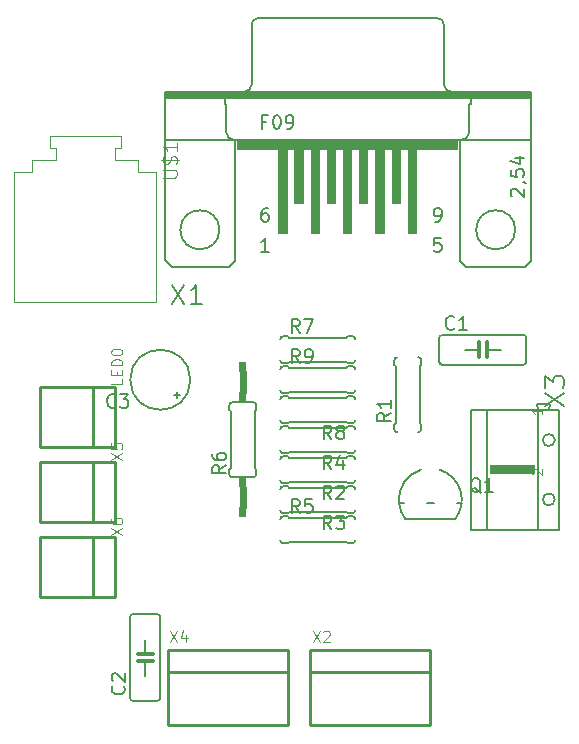
<source format=gbr>
%TF.GenerationSoftware,KiCad,Pcbnew,(6.0.6)*%
%TF.CreationDate,2022-08-19T16:39:26-03:00*%
%TF.ProjectId,hub_exterior,6875625f-6578-4746-9572-696f722e6b69,rev?*%
%TF.SameCoordinates,Original*%
%TF.FileFunction,Legend,Top*%
%TF.FilePolarity,Positive*%
%FSLAX46Y46*%
G04 Gerber Fmt 4.6, Leading zero omitted, Abs format (unit mm)*
G04 Created by KiCad (PCBNEW (6.0.6)) date 2022-08-19 16:39:26*
%MOMM*%
%LPD*%
G01*
G04 APERTURE LIST*
%ADD10C,0.127000*%
%ADD11C,0.101600*%
%ADD12C,0.177800*%
%ADD13C,0.118872*%
%ADD14C,0.152400*%
%ADD15C,0.254000*%
%ADD16C,0.304800*%
%ADD17C,0.100000*%
%ADD18C,0.609600*%
G04 APERTURE END LIST*
D10*
%TO.C,R3*%
X151557264Y-110029171D02*
X151176264Y-109484885D01*
X150904121Y-110029171D02*
X150904121Y-108886171D01*
X151339550Y-108886171D01*
X151448407Y-108940600D01*
X151502835Y-108995028D01*
X151557264Y-109103885D01*
X151557264Y-109267171D01*
X151502835Y-109376028D01*
X151448407Y-109430457D01*
X151339550Y-109484885D01*
X150904121Y-109484885D01*
X151938264Y-108886171D02*
X152645835Y-108886171D01*
X152264835Y-109321600D01*
X152428121Y-109321600D01*
X152536978Y-109376028D01*
X152591407Y-109430457D01*
X152645835Y-109539314D01*
X152645835Y-109811457D01*
X152591407Y-109920314D01*
X152536978Y-109974742D01*
X152428121Y-110029171D01*
X152101550Y-110029171D01*
X151992692Y-109974742D01*
X151938264Y-109920314D01*
D11*
%TO.C,X4*%
X137902768Y-118650657D02*
X138512368Y-119565057D01*
X138512368Y-118650657D02*
X137902768Y-119565057D01*
X139252597Y-118955457D02*
X139252597Y-119565057D01*
X139034882Y-118607114D02*
X138817168Y-119260257D01*
X139383225Y-119260257D01*
D10*
%TO.C,R2*%
X151557264Y-107489171D02*
X151176264Y-106944885D01*
X150904121Y-107489171D02*
X150904121Y-106346171D01*
X151339550Y-106346171D01*
X151448407Y-106400600D01*
X151502835Y-106455028D01*
X151557264Y-106563885D01*
X151557264Y-106727171D01*
X151502835Y-106836028D01*
X151448407Y-106890457D01*
X151339550Y-106944885D01*
X150904121Y-106944885D01*
X151992692Y-106455028D02*
X152047121Y-106400600D01*
X152155978Y-106346171D01*
X152428121Y-106346171D01*
X152536978Y-106400600D01*
X152591407Y-106455028D01*
X152645835Y-106563885D01*
X152645835Y-106672742D01*
X152591407Y-106836028D01*
X151938264Y-107489171D01*
X152645835Y-107489171D01*
%TO.C,C1*%
X161954935Y-93029314D02*
X161900507Y-93083742D01*
X161737221Y-93138171D01*
X161628364Y-93138171D01*
X161465078Y-93083742D01*
X161356221Y-92974885D01*
X161301792Y-92866028D01*
X161247364Y-92648314D01*
X161247364Y-92485028D01*
X161301792Y-92267314D01*
X161356221Y-92158457D01*
X161465078Y-92049600D01*
X161628364Y-91995171D01*
X161737221Y-91995171D01*
X161900507Y-92049600D01*
X161954935Y-92104028D01*
X163043507Y-93138171D02*
X162390364Y-93138171D01*
X162716935Y-93138171D02*
X162716935Y-91995171D01*
X162608078Y-92158457D01*
X162499221Y-92267314D01*
X162390364Y-92321742D01*
%TO.C,R9*%
X148873935Y-95932171D02*
X148492935Y-95387885D01*
X148220792Y-95932171D02*
X148220792Y-94789171D01*
X148656221Y-94789171D01*
X148765078Y-94843600D01*
X148819507Y-94898028D01*
X148873935Y-95006885D01*
X148873935Y-95170171D01*
X148819507Y-95279028D01*
X148765078Y-95333457D01*
X148656221Y-95387885D01*
X148220792Y-95387885D01*
X149418221Y-95932171D02*
X149635935Y-95932171D01*
X149744792Y-95877742D01*
X149799221Y-95823314D01*
X149908078Y-95660028D01*
X149962507Y-95442314D01*
X149962507Y-95006885D01*
X149908078Y-94898028D01*
X149853650Y-94843600D01*
X149744792Y-94789171D01*
X149527078Y-94789171D01*
X149418221Y-94843600D01*
X149363792Y-94898028D01*
X149309364Y-95006885D01*
X149309364Y-95279028D01*
X149363792Y-95387885D01*
X149418221Y-95442314D01*
X149527078Y-95496742D01*
X149744792Y-95496742D01*
X149853650Y-95442314D01*
X149908078Y-95387885D01*
X149962507Y-95279028D01*
%TO.C,R4*%
X151557264Y-104949171D02*
X151176264Y-104404885D01*
X150904121Y-104949171D02*
X150904121Y-103806171D01*
X151339550Y-103806171D01*
X151448407Y-103860600D01*
X151502835Y-103915028D01*
X151557264Y-104023885D01*
X151557264Y-104187171D01*
X151502835Y-104296028D01*
X151448407Y-104350457D01*
X151339550Y-104404885D01*
X150904121Y-104404885D01*
X152536978Y-104187171D02*
X152536978Y-104949171D01*
X152264835Y-103751742D02*
X151992692Y-104568171D01*
X152700264Y-104568171D01*
%TO.C,C3*%
X133269264Y-99633314D02*
X133214835Y-99687742D01*
X133051550Y-99742171D01*
X132942692Y-99742171D01*
X132779407Y-99687742D01*
X132670550Y-99578885D01*
X132616121Y-99470028D01*
X132561692Y-99252314D01*
X132561692Y-99089028D01*
X132616121Y-98871314D01*
X132670550Y-98762457D01*
X132779407Y-98653600D01*
X132942692Y-98599171D01*
X133051550Y-98599171D01*
X133214835Y-98653600D01*
X133269264Y-98708028D01*
X133650264Y-98599171D02*
X134357835Y-98599171D01*
X133976835Y-99034600D01*
X134140121Y-99034600D01*
X134248978Y-99089028D01*
X134303407Y-99143457D01*
X134357835Y-99252314D01*
X134357835Y-99524457D01*
X134303407Y-99633314D01*
X134248978Y-99687742D01*
X134140121Y-99742171D01*
X133813550Y-99742171D01*
X133704692Y-99687742D01*
X133650264Y-99633314D01*
D11*
%TO.C,X6*%
X132938157Y-110521931D02*
X133852557Y-109912331D01*
X132938157Y-109912331D02*
X133852557Y-110521931D01*
X132938157Y-109172102D02*
X132938157Y-109346274D01*
X132981700Y-109433360D01*
X133025242Y-109476902D01*
X133155871Y-109563988D01*
X133330042Y-109607531D01*
X133678385Y-109607531D01*
X133765471Y-109563988D01*
X133809014Y-109520445D01*
X133852557Y-109433360D01*
X133852557Y-109259188D01*
X133809014Y-109172102D01*
X133765471Y-109128560D01*
X133678385Y-109085017D01*
X133460671Y-109085017D01*
X133373585Y-109128560D01*
X133330042Y-109172102D01*
X133286500Y-109259188D01*
X133286500Y-109433360D01*
X133330042Y-109520445D01*
X133373585Y-109563988D01*
X133460671Y-109607531D01*
D10*
%TO.C,R1*%
X156574671Y-100185764D02*
X156030385Y-100566764D01*
X156574671Y-100838907D02*
X155431671Y-100838907D01*
X155431671Y-100403478D01*
X155486100Y-100294621D01*
X155540528Y-100240192D01*
X155649385Y-100185764D01*
X155812671Y-100185764D01*
X155921528Y-100240192D01*
X155975957Y-100294621D01*
X156030385Y-100403478D01*
X156030385Y-100838907D01*
X156574671Y-99097192D02*
X156574671Y-99750335D01*
X156574671Y-99423764D02*
X155431671Y-99423764D01*
X155594957Y-99532621D01*
X155703814Y-99641478D01*
X155758242Y-99750335D01*
D11*
%TO.C,X2*%
X149967768Y-118650657D02*
X150577368Y-119565057D01*
X150577368Y-118650657D02*
X149967768Y-119565057D01*
X150882168Y-118737742D02*
X150925711Y-118694200D01*
X151012797Y-118650657D01*
X151230511Y-118650657D01*
X151317597Y-118694200D01*
X151361140Y-118737742D01*
X151404682Y-118824828D01*
X151404682Y-118911914D01*
X151361140Y-119042542D01*
X150838625Y-119565057D01*
X151404682Y-119565057D01*
D10*
%TO.C,R8*%
X151557264Y-102409171D02*
X151176264Y-101864885D01*
X150904121Y-102409171D02*
X150904121Y-101266171D01*
X151339550Y-101266171D01*
X151448407Y-101320600D01*
X151502835Y-101375028D01*
X151557264Y-101483885D01*
X151557264Y-101647171D01*
X151502835Y-101756028D01*
X151448407Y-101810457D01*
X151339550Y-101864885D01*
X150904121Y-101864885D01*
X152210407Y-101756028D02*
X152101550Y-101701600D01*
X152047121Y-101647171D01*
X151992692Y-101538314D01*
X151992692Y-101483885D01*
X152047121Y-101375028D01*
X152101550Y-101320600D01*
X152210407Y-101266171D01*
X152428121Y-101266171D01*
X152536978Y-101320600D01*
X152591407Y-101375028D01*
X152645835Y-101483885D01*
X152645835Y-101538314D01*
X152591407Y-101647171D01*
X152536978Y-101701600D01*
X152428121Y-101756028D01*
X152210407Y-101756028D01*
X152101550Y-101810457D01*
X152047121Y-101864885D01*
X151992692Y-101973742D01*
X151992692Y-102191457D01*
X152047121Y-102300314D01*
X152101550Y-102354742D01*
X152210407Y-102409171D01*
X152428121Y-102409171D01*
X152536978Y-102354742D01*
X152591407Y-102300314D01*
X152645835Y-102191457D01*
X152645835Y-101973742D01*
X152591407Y-101864885D01*
X152536978Y-101810457D01*
X152428121Y-101756028D01*
D11*
%TO.C,LED0*%
X133852557Y-97299417D02*
X133852557Y-97734845D01*
X132938157Y-97734845D01*
X133373585Y-96994617D02*
X133373585Y-96689817D01*
X133852557Y-96559188D02*
X133852557Y-96994617D01*
X132938157Y-96994617D01*
X132938157Y-96559188D01*
X133852557Y-96167302D02*
X132938157Y-96167302D01*
X132938157Y-95949588D01*
X132981700Y-95818960D01*
X133068785Y-95731874D01*
X133155871Y-95688331D01*
X133330042Y-95644788D01*
X133460671Y-95644788D01*
X133634842Y-95688331D01*
X133721928Y-95731874D01*
X133809014Y-95818960D01*
X133852557Y-95949588D01*
X133852557Y-96167302D01*
X132938157Y-95078731D02*
X132938157Y-94991645D01*
X132981700Y-94904560D01*
X133025242Y-94861017D01*
X133112328Y-94817474D01*
X133286500Y-94773931D01*
X133504214Y-94773931D01*
X133678385Y-94817474D01*
X133765471Y-94861017D01*
X133809014Y-94904560D01*
X133852557Y-94991645D01*
X133852557Y-95078731D01*
X133809014Y-95165817D01*
X133765471Y-95209360D01*
X133678385Y-95252902D01*
X133504214Y-95296445D01*
X133286500Y-95296445D01*
X133112328Y-95252902D01*
X133025242Y-95209360D01*
X132981700Y-95165817D01*
X132938157Y-95078731D01*
%TO.C,U$1*%
X137327061Y-80274369D02*
X138272909Y-80274369D01*
X138384185Y-80218731D01*
X138439823Y-80163093D01*
X138495461Y-80051817D01*
X138495461Y-79829264D01*
X138439823Y-79717988D01*
X138384185Y-79662350D01*
X138272909Y-79606712D01*
X137327061Y-79606712D01*
X138439823Y-79105969D02*
X138495461Y-78939055D01*
X138495461Y-78660864D01*
X138439823Y-78549588D01*
X138384185Y-78493950D01*
X138272909Y-78438312D01*
X138161633Y-78438312D01*
X138050357Y-78493950D01*
X137994719Y-78549588D01*
X137939080Y-78660864D01*
X137883442Y-78883417D01*
X137827804Y-78994693D01*
X137772166Y-79050331D01*
X137660890Y-79105969D01*
X137549614Y-79105969D01*
X137438338Y-79050331D01*
X137382700Y-78994693D01*
X137327061Y-78883417D01*
X137327061Y-78605226D01*
X137382700Y-78438312D01*
X137160147Y-78772140D02*
X138662376Y-78772140D01*
X138495461Y-77325550D02*
X138495461Y-77993207D01*
X138495461Y-77659379D02*
X137327061Y-77659379D01*
X137493976Y-77770655D01*
X137605252Y-77881931D01*
X137660890Y-77993207D01*
D10*
%TO.C,R5*%
X148873935Y-108632171D02*
X148492935Y-108087885D01*
X148220792Y-108632171D02*
X148220792Y-107489171D01*
X148656221Y-107489171D01*
X148765078Y-107543600D01*
X148819507Y-107598028D01*
X148873935Y-107706885D01*
X148873935Y-107870171D01*
X148819507Y-107979028D01*
X148765078Y-108033457D01*
X148656221Y-108087885D01*
X148220792Y-108087885D01*
X149908078Y-107489171D02*
X149363792Y-107489171D01*
X149309364Y-108033457D01*
X149363792Y-107979028D01*
X149472650Y-107924600D01*
X149744792Y-107924600D01*
X149853650Y-107979028D01*
X149908078Y-108033457D01*
X149962507Y-108142314D01*
X149962507Y-108414457D01*
X149908078Y-108523314D01*
X149853650Y-108577742D01*
X149744792Y-108632171D01*
X149472650Y-108632171D01*
X149363792Y-108577742D01*
X149309364Y-108523314D01*
%TO.C,C2*%
X133986814Y-123319764D02*
X134041242Y-123374192D01*
X134095671Y-123537478D01*
X134095671Y-123646335D01*
X134041242Y-123809621D01*
X133932385Y-123918478D01*
X133823528Y-123972907D01*
X133605814Y-124027335D01*
X133442528Y-124027335D01*
X133224814Y-123972907D01*
X133115957Y-123918478D01*
X133007100Y-123809621D01*
X132952671Y-123646335D01*
X132952671Y-123537478D01*
X133007100Y-123374192D01*
X133061528Y-123319764D01*
X133061528Y-122884335D02*
X133007100Y-122829907D01*
X132952671Y-122721050D01*
X132952671Y-122448907D01*
X133007100Y-122340050D01*
X133061528Y-122285621D01*
X133170385Y-122231192D01*
X133279242Y-122231192D01*
X133442528Y-122285621D01*
X134095671Y-122938764D01*
X134095671Y-122231192D01*
D12*
%TO.C,X1*%
X138050270Y-89357200D02*
X139117070Y-90957400D01*
X139117070Y-89357200D02*
X138050270Y-90957400D01*
X140564870Y-90957400D02*
X139650470Y-90957400D01*
X140107670Y-90957400D02*
X140107670Y-89357200D01*
X139955270Y-89585800D01*
X139802870Y-89738200D01*
X139650470Y-89814400D01*
D10*
X160830078Y-85391171D02*
X160285792Y-85391171D01*
X160231364Y-85935457D01*
X160285792Y-85881028D01*
X160394650Y-85826600D01*
X160666792Y-85826600D01*
X160775650Y-85881028D01*
X160830078Y-85935457D01*
X160884507Y-86044314D01*
X160884507Y-86316457D01*
X160830078Y-86425314D01*
X160775650Y-86479742D01*
X160666792Y-86534171D01*
X160394650Y-86534171D01*
X160285792Y-86479742D01*
X160231364Y-86425314D01*
X146170650Y-82851171D02*
X145952935Y-82851171D01*
X145844078Y-82905600D01*
X145789650Y-82960028D01*
X145680792Y-83123314D01*
X145626364Y-83341028D01*
X145626364Y-83776457D01*
X145680792Y-83885314D01*
X145735221Y-83939742D01*
X145844078Y-83994171D01*
X146061792Y-83994171D01*
X146170650Y-83939742D01*
X146225078Y-83885314D01*
X146279507Y-83776457D01*
X146279507Y-83504314D01*
X146225078Y-83395457D01*
X146170650Y-83341028D01*
X146061792Y-83286600D01*
X145844078Y-83286600D01*
X145735221Y-83341028D01*
X145680792Y-83395457D01*
X145626364Y-83504314D01*
X146279507Y-86534171D02*
X145626364Y-86534171D01*
X145952935Y-86534171D02*
X145952935Y-85391171D01*
X145844078Y-85554457D01*
X145735221Y-85663314D01*
X145626364Y-85717742D01*
X166843528Y-81843335D02*
X166789100Y-81788907D01*
X166734671Y-81680050D01*
X166734671Y-81407907D01*
X166789100Y-81299050D01*
X166843528Y-81244621D01*
X166952385Y-81190192D01*
X167061242Y-81190192D01*
X167224528Y-81244621D01*
X167877671Y-81897764D01*
X167877671Y-81190192D01*
X167823242Y-80645907D02*
X167877671Y-80645907D01*
X167986528Y-80700335D01*
X168040957Y-80754764D01*
X166734671Y-79611764D02*
X166734671Y-80156050D01*
X167278957Y-80210478D01*
X167224528Y-80156050D01*
X167170100Y-80047192D01*
X167170100Y-79775050D01*
X167224528Y-79666192D01*
X167278957Y-79611764D01*
X167387814Y-79557335D01*
X167659957Y-79557335D01*
X167768814Y-79611764D01*
X167823242Y-79666192D01*
X167877671Y-79775050D01*
X167877671Y-80047192D01*
X167823242Y-80156050D01*
X167768814Y-80210478D01*
X167115671Y-78577621D02*
X167877671Y-78577621D01*
X166680242Y-78849764D02*
X167496671Y-79121907D01*
X167496671Y-78414335D01*
X146061792Y-75521457D02*
X145680792Y-75521457D01*
X145680792Y-76120171D02*
X145680792Y-74977171D01*
X146225078Y-74977171D01*
X146878221Y-74977171D02*
X146987078Y-74977171D01*
X147095935Y-75031600D01*
X147150364Y-75086028D01*
X147204792Y-75194885D01*
X147259221Y-75412600D01*
X147259221Y-75684742D01*
X147204792Y-75902457D01*
X147150364Y-76011314D01*
X147095935Y-76065742D01*
X146987078Y-76120171D01*
X146878221Y-76120171D01*
X146769364Y-76065742D01*
X146714935Y-76011314D01*
X146660507Y-75902457D01*
X146606078Y-75684742D01*
X146606078Y-75412600D01*
X146660507Y-75194885D01*
X146714935Y-75086028D01*
X146769364Y-75031600D01*
X146878221Y-74977171D01*
X147803507Y-76120171D02*
X148021221Y-76120171D01*
X148130078Y-76065742D01*
X148184507Y-76011314D01*
X148293364Y-75848028D01*
X148347792Y-75630314D01*
X148347792Y-75194885D01*
X148293364Y-75086028D01*
X148238935Y-75031600D01*
X148130078Y-74977171D01*
X147912364Y-74977171D01*
X147803507Y-75031600D01*
X147749078Y-75086028D01*
X147694650Y-75194885D01*
X147694650Y-75467028D01*
X147749078Y-75575885D01*
X147803507Y-75630314D01*
X147912364Y-75684742D01*
X148130078Y-75684742D01*
X148238935Y-75630314D01*
X148293364Y-75575885D01*
X148347792Y-75467028D01*
X160340221Y-83994171D02*
X160557935Y-83994171D01*
X160666792Y-83939742D01*
X160721221Y-83885314D01*
X160830078Y-83722028D01*
X160884507Y-83504314D01*
X160884507Y-83068885D01*
X160830078Y-82960028D01*
X160775650Y-82905600D01*
X160666792Y-82851171D01*
X160449078Y-82851171D01*
X160340221Y-82905600D01*
X160285792Y-82960028D01*
X160231364Y-83068885D01*
X160231364Y-83341028D01*
X160285792Y-83449885D01*
X160340221Y-83504314D01*
X160449078Y-83558742D01*
X160666792Y-83558742D01*
X160775650Y-83504314D01*
X160830078Y-83449885D01*
X160884507Y-83341028D01*
%TO.C,R6*%
X142604671Y-104630764D02*
X142060385Y-105011764D01*
X142604671Y-105283907D02*
X141461671Y-105283907D01*
X141461671Y-104848478D01*
X141516100Y-104739621D01*
X141570528Y-104685192D01*
X141679385Y-104630764D01*
X141842671Y-104630764D01*
X141951528Y-104685192D01*
X142005957Y-104739621D01*
X142060385Y-104848478D01*
X142060385Y-105283907D01*
X141461671Y-103651050D02*
X141461671Y-103868764D01*
X141516100Y-103977621D01*
X141570528Y-104032050D01*
X141733814Y-104140907D01*
X141951528Y-104195335D01*
X142386957Y-104195335D01*
X142495814Y-104140907D01*
X142550242Y-104086478D01*
X142604671Y-103977621D01*
X142604671Y-103759907D01*
X142550242Y-103651050D01*
X142495814Y-103596621D01*
X142386957Y-103542192D01*
X142114814Y-103542192D01*
X142005957Y-103596621D01*
X141951528Y-103651050D01*
X141897100Y-103759907D01*
X141897100Y-103977621D01*
X141951528Y-104086478D01*
X142005957Y-104140907D01*
X142114814Y-104195335D01*
D11*
%TO.C,X5*%
X132938157Y-104171931D02*
X133852557Y-103562331D01*
X132938157Y-103562331D02*
X133852557Y-104171931D01*
X132938157Y-102778560D02*
X132938157Y-103213988D01*
X133373585Y-103257531D01*
X133330042Y-103213988D01*
X133286500Y-103126902D01*
X133286500Y-102909188D01*
X133330042Y-102822102D01*
X133373585Y-102778560D01*
X133460671Y-102735017D01*
X133678385Y-102735017D01*
X133765471Y-102778560D01*
X133809014Y-102822102D01*
X133852557Y-102909188D01*
X133852557Y-103126902D01*
X133809014Y-103213988D01*
X133765471Y-103257531D01*
D10*
%TO.C,Q1*%
X164222792Y-106963028D02*
X164113935Y-106908600D01*
X164005078Y-106799742D01*
X163841792Y-106636457D01*
X163732935Y-106582028D01*
X163624078Y-106582028D01*
X163678507Y-106854171D02*
X163569650Y-106799742D01*
X163460792Y-106690885D01*
X163406364Y-106473171D01*
X163406364Y-106092171D01*
X163460792Y-105874457D01*
X163569650Y-105765600D01*
X163678507Y-105711171D01*
X163896221Y-105711171D01*
X164005078Y-105765600D01*
X164113935Y-105874457D01*
X164168364Y-106092171D01*
X164168364Y-106473171D01*
X164113935Y-106690885D01*
X164005078Y-106799742D01*
X163896221Y-106854171D01*
X163678507Y-106854171D01*
X165256935Y-106854171D02*
X164603792Y-106854171D01*
X164930364Y-106854171D02*
X164930364Y-105711171D01*
X164821507Y-105874457D01*
X164712650Y-105983314D01*
X164603792Y-106037742D01*
D12*
%TO.C,X3*%
X169684700Y-99579430D02*
X171284900Y-98512630D01*
X169684700Y-98512630D02*
X171284900Y-99579430D01*
X169684700Y-98055430D02*
X169684700Y-97064830D01*
X170294300Y-97598230D01*
X170294300Y-97369630D01*
X170370500Y-97217230D01*
X170446700Y-97141030D01*
X170599100Y-97064830D01*
X170980100Y-97064830D01*
X171132500Y-97141030D01*
X171208700Y-97217230D01*
X171284900Y-97369630D01*
X171284900Y-97826830D01*
X171208700Y-97979230D01*
X171132500Y-98055430D01*
D13*
X169414589Y-99817159D02*
X169414589Y-100315289D01*
X169414589Y-100066224D02*
X168542861Y-100066224D01*
X168667393Y-100149246D01*
X168750415Y-100232268D01*
X168791926Y-100315289D01*
X168625882Y-105395289D02*
X168584372Y-105353778D01*
X168542861Y-105270757D01*
X168542861Y-105063202D01*
X168584372Y-104980181D01*
X168625882Y-104938670D01*
X168708904Y-104897159D01*
X168791926Y-104897159D01*
X168916458Y-104938670D01*
X169414589Y-105436800D01*
X169414589Y-104897159D01*
D10*
%TO.C,R7*%
X148873935Y-93392171D02*
X148492935Y-92847885D01*
X148220792Y-93392171D02*
X148220792Y-92249171D01*
X148656221Y-92249171D01*
X148765078Y-92303600D01*
X148819507Y-92358028D01*
X148873935Y-92466885D01*
X148873935Y-92630171D01*
X148819507Y-92739028D01*
X148765078Y-92793457D01*
X148656221Y-92847885D01*
X148220792Y-92847885D01*
X149254935Y-92249171D02*
X150016935Y-92249171D01*
X149527078Y-93392171D01*
D14*
%TO.C,R3*%
X147993100Y-108559600D02*
X147866100Y-108686600D01*
X147485100Y-106400600D02*
X147866100Y-106400600D01*
X153327100Y-106400600D02*
X152946100Y-106400600D01*
X152819100Y-108559600D02*
X152946100Y-108686600D01*
X153327100Y-108686600D02*
X152946100Y-108686600D01*
X147993100Y-106527600D02*
X152819100Y-106527600D01*
X147485100Y-108686600D02*
X147866100Y-108686600D01*
X147993100Y-106527600D02*
X147866100Y-106400600D01*
X147993100Y-108559600D02*
X152819100Y-108559600D01*
X152819100Y-106527600D02*
X152946100Y-106400600D01*
X153327100Y-108686600D02*
G75*
G03*
X153581100Y-108432600I0J254000D01*
G01*
X153581100Y-106654600D02*
G75*
G03*
X153327100Y-106400600I-254000J0D01*
G01*
X147231100Y-108432600D02*
G75*
G03*
X147485100Y-108686600I254000J0D01*
G01*
X147485100Y-106400600D02*
G75*
G03*
X147231100Y-106654600I0J-254000D01*
G01*
D15*
%TO.C,X4*%
X147866100Y-126593600D02*
X137706100Y-126593600D01*
X137706100Y-122148600D02*
X147866100Y-122148600D01*
X137706100Y-126593600D02*
X137706100Y-122148600D01*
X147866100Y-120243600D02*
X147866100Y-122148600D01*
X147866100Y-122148600D02*
X147866100Y-126593600D01*
X137706100Y-120243600D02*
X147866100Y-120243600D01*
X137706100Y-122148600D02*
X137706100Y-120243600D01*
D14*
%TO.C,R2*%
X153327100Y-106146600D02*
X152946100Y-106146600D01*
X147993100Y-106019600D02*
X152819100Y-106019600D01*
X152819100Y-106019600D02*
X152946100Y-106146600D01*
X152819100Y-103987600D02*
X152946100Y-103860600D01*
X147993100Y-103987600D02*
X147866100Y-103860600D01*
X153327100Y-103860600D02*
X152946100Y-103860600D01*
X147485100Y-103860600D02*
X147866100Y-103860600D01*
X147485100Y-106146600D02*
X147866100Y-106146600D01*
X147993100Y-103987600D02*
X152819100Y-103987600D01*
X147993100Y-106019600D02*
X147866100Y-106146600D01*
X147485100Y-103860600D02*
G75*
G03*
X147231100Y-104114600I0J-254000D01*
G01*
X147231100Y-105892600D02*
G75*
G03*
X147485100Y-106146600I254000J0D01*
G01*
X153327100Y-106146600D02*
G75*
G03*
X153581100Y-105892600I0J254000D01*
G01*
X153581100Y-104114600D02*
G75*
G03*
X153327100Y-103860600I-254000J0D01*
G01*
%TO.C,C1*%
X164071300Y-94843600D02*
X162852100Y-94843600D01*
D16*
X164706300Y-94843600D02*
X164706300Y-95478600D01*
X164071300Y-94843600D02*
X164071300Y-95478600D01*
X164706300Y-94208600D02*
X164706300Y-94843600D01*
D14*
X164706300Y-94843600D02*
X165900100Y-94843600D01*
D16*
X164071300Y-94208600D02*
X164071300Y-94843600D01*
D14*
X167805100Y-93573600D02*
X160947100Y-93573600D01*
X160693100Y-93827600D02*
X160693100Y-95859600D01*
X168059100Y-95859600D02*
X168059100Y-93827600D01*
X160947100Y-96113600D02*
X167805100Y-96113600D01*
X167805100Y-96113600D02*
G75*
G03*
X168059100Y-95859600I0J254000D01*
G01*
X168059100Y-93827600D02*
G75*
G03*
X167805100Y-93573600I-254000J0D01*
G01*
X160947100Y-93573600D02*
G75*
G03*
X160693100Y-93827600I0J-254000D01*
G01*
X160693100Y-95859600D02*
G75*
G03*
X160947100Y-96113600I254000J0D01*
G01*
%TO.C,R9*%
X147993100Y-96367600D02*
X147866100Y-96240600D01*
X147993100Y-98399600D02*
X147866100Y-98526600D01*
X153327100Y-96240600D02*
X152946100Y-96240600D01*
X147485100Y-96240600D02*
X147866100Y-96240600D01*
X152819100Y-98399600D02*
X147993100Y-98399600D01*
X153327100Y-98526600D02*
X152946100Y-98526600D01*
X152819100Y-96367600D02*
X152946100Y-96240600D01*
X147485100Y-98526600D02*
X147866100Y-98526600D01*
X152819100Y-98399600D02*
X152946100Y-98526600D01*
X152819100Y-96367600D02*
X147993100Y-96367600D01*
X153327100Y-98526600D02*
G75*
G03*
X153581100Y-98272600I0J254000D01*
G01*
X153581100Y-96494600D02*
G75*
G03*
X153327100Y-96240600I-254000J0D01*
G01*
X147231100Y-98272600D02*
G75*
G03*
X147485100Y-98526600I254000J0D01*
G01*
X147485100Y-96240600D02*
G75*
G03*
X147231100Y-96494600I0J-254000D01*
G01*
%TO.C,R4*%
X147993100Y-103479600D02*
X152819100Y-103479600D01*
X152819100Y-101447600D02*
X152946100Y-101320600D01*
X152819100Y-103479600D02*
X152946100Y-103606600D01*
X147485100Y-101320600D02*
X147866100Y-101320600D01*
X147485100Y-103606600D02*
X147866100Y-103606600D01*
X153327100Y-103606600D02*
X152946100Y-103606600D01*
X147993100Y-103479600D02*
X147866100Y-103606600D01*
X147993100Y-101447600D02*
X152819100Y-101447600D01*
X153327100Y-101320600D02*
X152946100Y-101320600D01*
X147993100Y-101447600D02*
X147866100Y-101320600D01*
X147485100Y-101320600D02*
G75*
G03*
X147231100Y-101574600I0J-254000D01*
G01*
X153581100Y-101574600D02*
G75*
G03*
X153327100Y-101320600I-254000J0D01*
G01*
X153327100Y-103606600D02*
G75*
G03*
X153581100Y-103352600I0J254000D01*
G01*
X147231100Y-103352600D02*
G75*
G03*
X147485100Y-103606600I254000J0D01*
G01*
%TO.C,C3*%
X138468100Y-98653600D02*
X138214100Y-98653600D01*
X138468100Y-98653600D02*
X138468100Y-98907600D01*
X138468100Y-98399600D02*
X138468100Y-98653600D01*
X138722100Y-98653600D02*
X138468100Y-98653600D01*
X139611100Y-97383600D02*
G75*
G03*
X139611100Y-97383600I-2540000J0D01*
G01*
D15*
%TO.C,X6*%
X126911100Y-110718600D02*
X131356100Y-110718600D01*
X131356100Y-110718600D02*
X131356100Y-115798600D01*
X133261100Y-110718600D02*
X133261100Y-115798600D01*
X131356100Y-110718600D02*
X133261100Y-110718600D01*
X131356100Y-115798600D02*
X126911100Y-115798600D01*
X133261100Y-115798600D02*
X131356100Y-115798600D01*
X126911100Y-115798600D02*
X126911100Y-110718600D01*
D14*
%TO.C,R1*%
X159169100Y-101574600D02*
X159169100Y-101193600D01*
X156883100Y-101574600D02*
X156883100Y-101193600D01*
X159169100Y-95732600D02*
X159169100Y-96113600D01*
X159042100Y-96240600D02*
X159042100Y-101066600D01*
X157010100Y-96240600D02*
X157010100Y-101066600D01*
X159042100Y-96240600D02*
X159169100Y-96113600D01*
X156883100Y-95732600D02*
X156883100Y-96113600D01*
X157010100Y-101066600D02*
X156883100Y-101193600D01*
X157010100Y-96240600D02*
X156883100Y-96113600D01*
X159042100Y-101066600D02*
X159169100Y-101193600D01*
X157137100Y-95478600D02*
G75*
G03*
X156883100Y-95732600I0J-254000D01*
G01*
X158915100Y-101828600D02*
G75*
G03*
X159169100Y-101574600I0J254000D01*
G01*
X156883100Y-101574600D02*
G75*
G03*
X157137100Y-101828600I254000J0D01*
G01*
X159169100Y-95732600D02*
G75*
G03*
X158915100Y-95478600I-254000J0D01*
G01*
D15*
%TO.C,X2*%
X149771100Y-122148600D02*
X159931100Y-122148600D01*
X159931100Y-126593600D02*
X149771100Y-126593600D01*
X149771100Y-122148600D02*
X149771100Y-120243600D01*
X149771100Y-120243600D02*
X159931100Y-120243600D01*
X149771100Y-126593600D02*
X149771100Y-122148600D01*
X159931100Y-122148600D02*
X159931100Y-126593600D01*
X159931100Y-120243600D02*
X159931100Y-122148600D01*
D14*
%TO.C,R8*%
X152819100Y-100939600D02*
X152946100Y-101066600D01*
X147485100Y-98780600D02*
X147866100Y-98780600D01*
X153327100Y-98780600D02*
X152946100Y-98780600D01*
X147993100Y-98907600D02*
X152819100Y-98907600D01*
X147993100Y-100939600D02*
X152819100Y-100939600D01*
X147993100Y-100939600D02*
X147866100Y-101066600D01*
X153327100Y-101066600D02*
X152946100Y-101066600D01*
X147993100Y-98907600D02*
X147866100Y-98780600D01*
X147485100Y-101066600D02*
X147866100Y-101066600D01*
X152819100Y-98907600D02*
X152946100Y-98780600D01*
X153581100Y-99034600D02*
G75*
G03*
X153327100Y-98780600I-254000J0D01*
G01*
X147231100Y-100812600D02*
G75*
G03*
X147485100Y-101066600I254000J0D01*
G01*
X147485100Y-98780600D02*
G75*
G03*
X147231100Y-99034600I0J-254000D01*
G01*
X153327100Y-101066600D02*
G75*
G03*
X153581100Y-100812600I0J254000D01*
G01*
D15*
%TO.C,LED0*%
X126911100Y-103098600D02*
X126911100Y-98018600D01*
X133261100Y-103098600D02*
X131356100Y-103098600D01*
X133261100Y-98018600D02*
X133261100Y-103098600D01*
X131356100Y-98018600D02*
X131356100Y-103098600D01*
X131356100Y-98018600D02*
X133261100Y-98018600D01*
X131356100Y-103098600D02*
X126911100Y-103098600D01*
X126911100Y-98018600D02*
X131356100Y-98018600D01*
D17*
%TO.C,U$1*%
X128221100Y-78778600D02*
X128221100Y-77778600D01*
X135221100Y-79778600D02*
X135221100Y-78778600D01*
X133721100Y-76778600D02*
X133721100Y-77778600D01*
X127721100Y-78778600D02*
X128221100Y-78778600D01*
X133221100Y-78778600D02*
X133721100Y-78778600D01*
X135221100Y-78778600D02*
X133721100Y-78778600D01*
X126221100Y-79778600D02*
X126221100Y-78778600D01*
X128221100Y-77778600D02*
X127721100Y-77778600D01*
X136721100Y-79778600D02*
X135221100Y-79778600D01*
X124721100Y-79778600D02*
X124721100Y-90778600D01*
X133721100Y-76778600D02*
X127721100Y-76778600D01*
X136721100Y-79778600D02*
X136721100Y-90778600D01*
X133221100Y-77778600D02*
X133221100Y-78778600D01*
X133721100Y-77778600D02*
X133221100Y-77778600D01*
X127721100Y-76778600D02*
X127721100Y-77778600D01*
X126221100Y-78778600D02*
X127721100Y-78778600D01*
X136721100Y-90778600D02*
X124721100Y-90778600D01*
X124721100Y-79778600D02*
X126221100Y-79778600D01*
D14*
%TO.C,R5*%
X153327100Y-108940600D02*
X152946100Y-108940600D01*
X152819100Y-109067600D02*
X147993100Y-109067600D01*
X147485100Y-108940600D02*
X147866100Y-108940600D01*
X147993100Y-111099600D02*
X147866100Y-111226600D01*
X147993100Y-109067600D02*
X147866100Y-108940600D01*
X152819100Y-111099600D02*
X147993100Y-111099600D01*
X152819100Y-111099600D02*
X152946100Y-111226600D01*
X152819100Y-109067600D02*
X152946100Y-108940600D01*
X147485100Y-111226600D02*
X147866100Y-111226600D01*
X153327100Y-111226600D02*
X152946100Y-111226600D01*
X153327100Y-111226600D02*
G75*
G03*
X153581100Y-110972600I0J254000D01*
G01*
X153581100Y-109194600D02*
G75*
G03*
X153327100Y-108940600I-254000J0D01*
G01*
X147485100Y-108940600D02*
G75*
G03*
X147231100Y-109194600I0J-254000D01*
G01*
X147231100Y-110972600D02*
G75*
G03*
X147485100Y-111226600I254000J0D01*
G01*
D16*
%TO.C,C2*%
X135166100Y-121203400D02*
X135801100Y-121203400D01*
D14*
X135801100Y-120568400D02*
X135801100Y-119374600D01*
X134531100Y-117469600D02*
X134531100Y-124327600D01*
D16*
X135166100Y-120568400D02*
X135801100Y-120568400D01*
D14*
X137071100Y-124327600D02*
X137071100Y-117469600D01*
D16*
X135801100Y-120568400D02*
X136436100Y-120568400D01*
D14*
X134785100Y-124581600D02*
X136817100Y-124581600D01*
D16*
X135801100Y-121203400D02*
X136436100Y-121203400D01*
D14*
X136817100Y-117215600D02*
X134785100Y-117215600D01*
X135801100Y-121203400D02*
X135801100Y-122422600D01*
X137071100Y-117469600D02*
G75*
G03*
X136817100Y-117215600I-254000J0D01*
G01*
X136817100Y-124581600D02*
G75*
G03*
X137071100Y-124327600I0J254000D01*
G01*
X134785100Y-117215600D02*
G75*
G03*
X134531100Y-117469600I0J-254000D01*
G01*
X134531100Y-124327600D02*
G75*
G03*
X134785100Y-124581600I254000J0D01*
G01*
%TO.C,X1*%
X162979100Y-87858600D02*
X167932100Y-87858600D01*
X142913100Y-87858600D02*
X143421100Y-87350600D01*
X168440100Y-72999600D02*
X168440100Y-73507600D01*
X142532100Y-77063600D02*
X143421100Y-77063600D01*
X160312100Y-66776600D02*
X160566100Y-66776600D01*
X145199100Y-72999600D02*
X160693100Y-72999600D01*
X163360100Y-77063600D02*
X168440100Y-77063600D01*
X137452100Y-72999600D02*
X145199100Y-72999600D01*
X162217100Y-77063600D02*
X162217100Y-77825600D01*
X138087100Y-87858600D02*
X137452100Y-87223600D01*
X143675100Y-77825600D02*
X162217100Y-77825600D01*
X162471100Y-87350600D02*
X162471100Y-77063600D01*
X143421100Y-87350600D02*
X143421100Y-77063600D01*
X168440100Y-73507600D02*
X168440100Y-74015600D01*
X168440100Y-87350600D02*
X168440100Y-77190600D01*
X137452100Y-73507600D02*
X137452100Y-72999600D01*
X168440100Y-77063600D02*
X168440100Y-77190600D01*
X165900100Y-73507600D02*
X168440100Y-73507600D01*
X142659100Y-76428600D02*
X142659100Y-74015600D01*
X142532100Y-74015600D02*
X142532100Y-73507600D01*
X163233100Y-76428600D02*
X163233100Y-74015600D01*
X142913100Y-87858600D02*
X138087100Y-87858600D01*
X162217100Y-77063600D02*
X162471100Y-77063600D01*
X168440100Y-74015600D02*
X168440100Y-77063600D01*
X142532100Y-74015600D02*
X142659100Y-74015600D01*
X142532100Y-73507600D02*
X163360100Y-73507600D01*
X145580100Y-66776600D02*
X160312100Y-66776600D01*
X162471100Y-87350600D02*
X162979100Y-87858600D01*
X139992100Y-73507600D02*
X142532100Y-73507600D01*
X137452100Y-77063600D02*
X137452100Y-74015600D01*
X143421100Y-77063600D02*
X143675100Y-77063600D01*
X163360100Y-74015600D02*
X163360100Y-73507600D01*
X137452100Y-73507600D02*
X139992100Y-73507600D01*
X161074100Y-72364600D02*
X161074100Y-67284600D01*
X145326100Y-66776600D02*
X145580100Y-66776600D01*
X162471100Y-77063600D02*
X163360100Y-77063600D01*
X143675100Y-77063600D02*
X162217100Y-77063600D01*
X144818100Y-72364600D02*
X144818100Y-67284600D01*
X137452100Y-74015600D02*
X137452100Y-73507600D01*
X143675100Y-77063600D02*
X143675100Y-77825600D01*
X137452100Y-87223600D02*
X137452100Y-77190600D01*
X137452100Y-77063600D02*
X137452100Y-77190600D01*
X167932100Y-87858600D02*
X168440100Y-87350600D01*
X163233100Y-74015600D02*
X163360100Y-74015600D01*
X163360100Y-73507600D02*
X165900100Y-73507600D01*
X137452100Y-77063600D02*
X142532100Y-77063600D01*
X160693100Y-72999600D02*
X168440100Y-72999600D01*
X145326100Y-66776600D02*
G75*
G03*
X144818100Y-67284600I1J-508001D01*
G01*
X162598100Y-77063600D02*
G75*
G03*
X163233100Y-76428600I0J635000D01*
G01*
X161074100Y-72364600D02*
G75*
G03*
X161709100Y-72999600I635000J0D01*
G01*
X161074100Y-67284600D02*
G75*
G03*
X160566100Y-66776600I-508000J0D01*
G01*
X144183100Y-72999600D02*
G75*
G03*
X144818100Y-72364600I1J634999D01*
G01*
X142659100Y-76428600D02*
G75*
G03*
X143294100Y-77063600I634999J-1D01*
G01*
X167119300Y-84683600D02*
G75*
G03*
X167119300Y-84683600I-1651000J0D01*
G01*
X142074900Y-84683600D02*
G75*
G03*
X142074900Y-84683600I-1651000J0D01*
G01*
G36*
X153327100Y-85064600D02*
G01*
X152514300Y-85064600D01*
X152514300Y-77825600D01*
X153327100Y-77825600D01*
X153327100Y-85064600D01*
G37*
G36*
X156095700Y-85064600D02*
G01*
X155282900Y-85064600D01*
X155282900Y-77825600D01*
X156095700Y-77825600D01*
X156095700Y-85064600D01*
G37*
G36*
X157467300Y-82524600D02*
G01*
X156654500Y-82524600D01*
X156654500Y-77825600D01*
X157467300Y-77825600D01*
X157467300Y-82524600D01*
G37*
G36*
X168440100Y-73507600D02*
G01*
X137452100Y-73507600D01*
X137452100Y-72999600D01*
X168440100Y-72999600D01*
X168440100Y-73507600D01*
G37*
G36*
X151980900Y-82524600D02*
G01*
X151168100Y-82524600D01*
X151168100Y-77825600D01*
X151980900Y-77825600D01*
X151980900Y-82524600D01*
G37*
G36*
X162217100Y-77825600D02*
G01*
X143675100Y-77825600D01*
X143675100Y-77063600D01*
X162217100Y-77063600D01*
X162217100Y-77825600D01*
G37*
G36*
X154698700Y-82524600D02*
G01*
X153885900Y-82524600D01*
X153885900Y-77825600D01*
X154698700Y-77825600D01*
X154698700Y-82524600D01*
G37*
G36*
X149237700Y-82524600D02*
G01*
X148424900Y-82524600D01*
X148424900Y-77825600D01*
X149237700Y-77825600D01*
X149237700Y-82524600D01*
G37*
G36*
X147866100Y-85064600D02*
G01*
X147053300Y-85064600D01*
X147053300Y-77825600D01*
X147866100Y-77825600D01*
X147866100Y-85064600D01*
G37*
G36*
X150609300Y-85064600D02*
G01*
X149796500Y-85064600D01*
X149796500Y-77825600D01*
X150609300Y-77825600D01*
X150609300Y-85064600D01*
G37*
G36*
X158838900Y-85064600D02*
G01*
X158026100Y-85064600D01*
X158026100Y-77825600D01*
X158838900Y-77825600D01*
X158838900Y-85064600D01*
G37*
%TO.C,R6*%
X142913100Y-105384600D02*
X142913100Y-105003600D01*
X144945100Y-99288600D02*
X143167100Y-99288600D01*
X145072100Y-100050600D02*
X145072100Y-104876600D01*
X145199100Y-99542600D02*
X145199100Y-99923600D01*
X145072100Y-104876600D02*
X145199100Y-105003600D01*
X143040100Y-100050600D02*
X142913100Y-99923600D01*
X145199100Y-105384600D02*
X145199100Y-105003600D01*
D18*
X144056100Y-96748600D02*
X144056100Y-98399600D01*
D14*
X143040100Y-100050600D02*
X143040100Y-104876600D01*
X144945100Y-105638600D02*
X143167100Y-105638600D01*
X142913100Y-99542600D02*
X142913100Y-99923600D01*
D18*
X144056100Y-108178600D02*
X144056100Y-106527600D01*
D14*
X143040100Y-104876600D02*
X142913100Y-105003600D01*
X145072100Y-100050600D02*
X145199100Y-99923600D01*
X145199100Y-99542600D02*
G75*
G03*
X144945100Y-99288600I-254000J0D01*
G01*
X143167100Y-99288600D02*
G75*
G03*
X142913100Y-99542600I0J-254000D01*
G01*
X144945100Y-105638600D02*
G75*
G03*
X145199100Y-105384600I0J254000D01*
G01*
X142913100Y-105384600D02*
G75*
G03*
X143167100Y-105638600I254000J0D01*
G01*
G36*
X144360900Y-96748600D02*
G01*
X143751300Y-96748600D01*
X143751300Y-95885000D01*
X144360900Y-95885000D01*
X144360900Y-96748600D01*
G37*
G36*
X144360900Y-109042200D02*
G01*
X143751300Y-109042200D01*
X143751300Y-108178600D01*
X144360900Y-108178600D01*
X144360900Y-109042200D01*
G37*
G36*
X144360900Y-99288600D02*
G01*
X143751300Y-99288600D01*
X143751300Y-98425000D01*
X144360900Y-98425000D01*
X144360900Y-99288600D01*
G37*
G36*
X144360900Y-106502200D02*
G01*
X143751300Y-106502200D01*
X143751300Y-105638600D01*
X144360900Y-105638600D01*
X144360900Y-106502200D01*
G37*
D15*
%TO.C,X5*%
X126911100Y-109448600D02*
X126911100Y-104368600D01*
X131356100Y-104368600D02*
X133261100Y-104368600D01*
X131356100Y-104368600D02*
X131356100Y-109448600D01*
X133261100Y-109448600D02*
X131356100Y-109448600D01*
X126911100Y-104368600D02*
X131356100Y-104368600D01*
X131356100Y-109448600D02*
X126911100Y-109448600D01*
X133261100Y-104368600D02*
X133261100Y-109448600D01*
D10*
%TO.C,Q1*%
X157836600Y-109194600D02*
X162025600Y-109194600D01*
X162184800Y-107797600D02*
X162586000Y-107797600D01*
X157276200Y-107797600D02*
X157677400Y-107797600D01*
X159644800Y-107797600D02*
X160217400Y-107797600D01*
X159144801Y-104995099D02*
G75*
G03*
X157276200Y-107797600I786298J-2548480D01*
G01*
X157276199Y-107797600D02*
G75*
G03*
X157836500Y-109194600I2654895J253950D01*
G01*
X162025598Y-109194599D02*
G75*
G03*
X160717400Y-104995200I-2094488J1650989D01*
G01*
D14*
%TO.C,X3*%
X169964100Y-99923600D02*
X170853100Y-99923600D01*
X169075100Y-99923600D02*
X169964100Y-99923600D01*
X169075100Y-99923600D02*
X169075100Y-110083600D01*
X169964100Y-99923600D02*
X170091100Y-99415600D01*
X163360100Y-99923600D02*
X164757100Y-99923600D01*
X163360100Y-99923600D02*
X163360100Y-110083600D01*
X169075100Y-110083600D02*
X164757100Y-110083600D01*
X168948100Y-99415600D02*
X169075100Y-99923600D01*
X170853100Y-110083600D02*
X169075100Y-110083600D01*
X170091100Y-99415600D02*
X168948100Y-99415600D01*
X164757100Y-99923600D02*
X169075100Y-99923600D01*
X170853100Y-110083600D02*
X170853100Y-99923600D01*
X164757100Y-99923600D02*
X164757100Y-110083600D01*
X164757100Y-110083600D02*
X163360100Y-110083600D01*
X170472100Y-107518200D02*
G75*
G03*
X170472100Y-107518200I-508000J0D01*
G01*
X170472100Y-102489000D02*
G75*
G03*
X170472100Y-102489000I-508000J0D01*
G01*
G36*
X168821100Y-105384600D02*
G01*
X165011100Y-105384600D01*
X165011100Y-104622600D01*
X168821100Y-104622600D01*
X168821100Y-105384600D01*
G37*
%TO.C,R7*%
X153327100Y-95986600D02*
X152946100Y-95986600D01*
X152819100Y-93827600D02*
X147993100Y-93827600D01*
X152819100Y-93827600D02*
X152946100Y-93700600D01*
X147993100Y-95859600D02*
X147866100Y-95986600D01*
X147485100Y-95986600D02*
X147866100Y-95986600D01*
X147993100Y-93827600D02*
X147866100Y-93700600D01*
X152819100Y-95859600D02*
X152946100Y-95986600D01*
X147485100Y-93700600D02*
X147866100Y-93700600D01*
X152819100Y-95859600D02*
X147993100Y-95859600D01*
X153327100Y-93700600D02*
X152946100Y-93700600D01*
X147485100Y-93700600D02*
G75*
G03*
X147231100Y-93954600I0J-254000D01*
G01*
X147231100Y-95732600D02*
G75*
G03*
X147485100Y-95986600I254000J0D01*
G01*
X153581100Y-93954600D02*
G75*
G03*
X153327100Y-93700600I-254000J0D01*
G01*
X153327100Y-95986600D02*
G75*
G03*
X153581100Y-95732600I0J254000D01*
G01*
%TD*%
M02*

</source>
